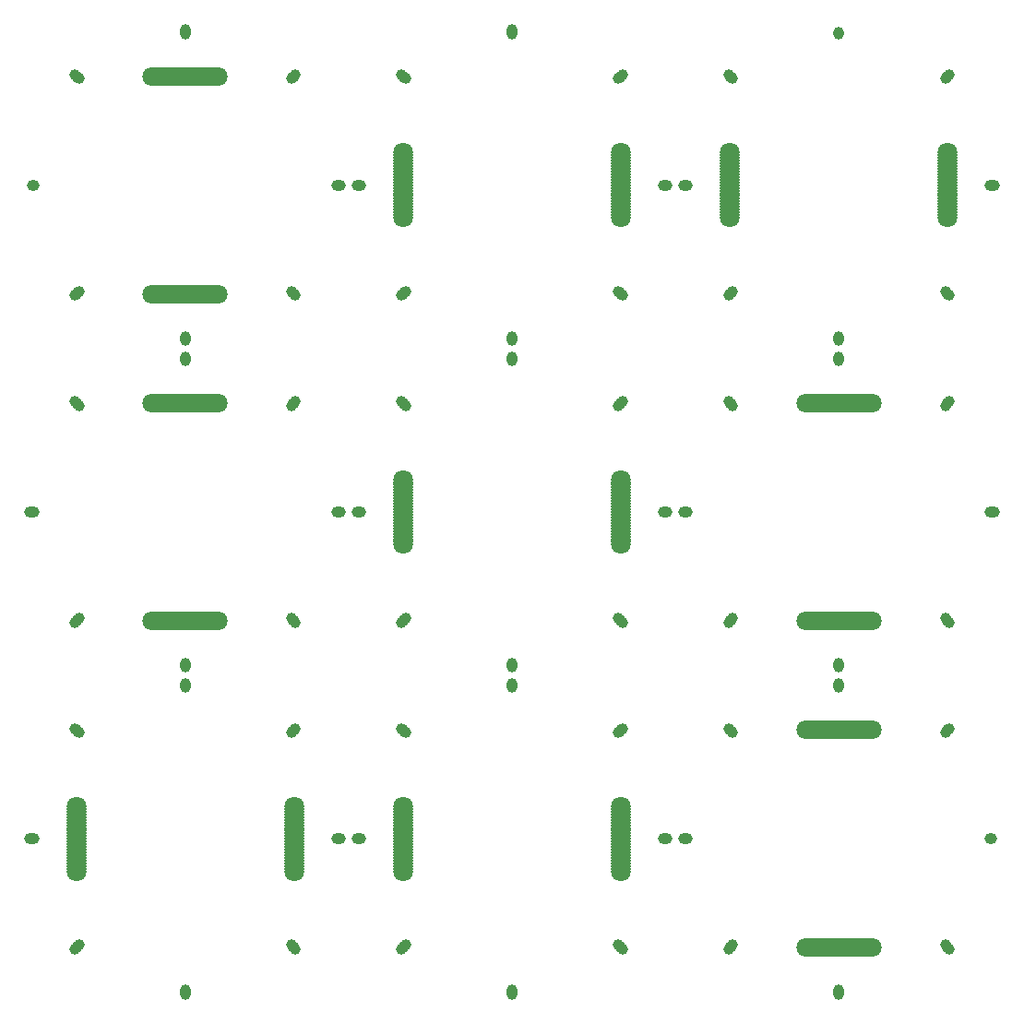
<source format=gbl>
G75*
%MOIN*%
%OFA0B0*%
%FSLAX25Y25*%
%IPPOS*%
%LPD*%
%AMOC8*
5,1,8,0,0,1.08239X$1,22.5*
%
%ADD10C,0.03962*%
%ADD11C,0.07087*%
D10*
X0021290Y0021290D03*
X0021782Y0021782D03*
X0022274Y0022274D03*
X0022767Y0022767D03*
X0006526Y0061152D03*
X0006034Y0061152D03*
X0005542Y0061152D03*
X0005050Y0061152D03*
X0022767Y0099538D03*
X0022274Y0100030D03*
X0021782Y0100522D03*
X0021290Y0101015D03*
X0021290Y0139400D03*
X0021782Y0139893D03*
X0022274Y0140385D03*
X0022767Y0140877D03*
X0061152Y0124637D03*
X0061152Y0124144D03*
X0061152Y0123652D03*
X0061152Y0123160D03*
X0061152Y0117255D03*
X0061152Y0116763D03*
X0061152Y0116270D03*
X0061152Y0115778D03*
X0099538Y0099538D03*
X0100030Y0100030D03*
X0100522Y0100522D03*
X0101015Y0101015D03*
X0101015Y0139400D03*
X0100522Y0139893D03*
X0100030Y0140385D03*
X0099538Y0140877D03*
X0139400Y0139400D03*
X0139893Y0139893D03*
X0140385Y0140385D03*
X0140877Y0140877D03*
X0139400Y0101015D03*
X0139893Y0100522D03*
X0140385Y0100030D03*
X0140877Y0099538D03*
X0124637Y0061152D03*
X0124144Y0061152D03*
X0123652Y0061152D03*
X0123160Y0061152D03*
X0117255Y0061152D03*
X0116763Y0061152D03*
X0116270Y0061152D03*
X0115778Y0061152D03*
X0099538Y0022767D03*
X0100030Y0022274D03*
X0100522Y0021782D03*
X0101015Y0021290D03*
X0139400Y0021290D03*
X0139893Y0021782D03*
X0140385Y0022274D03*
X0140877Y0022767D03*
X0179263Y0006526D03*
X0179263Y0006034D03*
X0179263Y0005542D03*
X0179263Y0005050D03*
X0217648Y0022767D03*
X0218141Y0022274D03*
X0218633Y0021782D03*
X0219125Y0021290D03*
X0257511Y0021290D03*
X0258003Y0021782D03*
X0258495Y0022274D03*
X0258987Y0022767D03*
X0297373Y0006526D03*
X0297373Y0006034D03*
X0297373Y0005542D03*
X0297373Y0005050D03*
X0335759Y0022767D03*
X0336251Y0022274D03*
X0336743Y0021782D03*
X0337235Y0021290D03*
X0351999Y0061152D03*
X0352491Y0061152D03*
X0335759Y0099538D03*
X0336251Y0100030D03*
X0336743Y0100522D03*
X0337235Y0101015D03*
X0337235Y0139400D03*
X0336743Y0139893D03*
X0336251Y0140385D03*
X0335759Y0140877D03*
X0351999Y0179263D03*
X0352491Y0179263D03*
X0352983Y0179263D03*
X0353475Y0179263D03*
X0335759Y0217648D03*
X0336251Y0218141D03*
X0336743Y0218633D03*
X0337235Y0219125D03*
X0337235Y0257511D03*
X0336743Y0258003D03*
X0336251Y0258495D03*
X0335759Y0258987D03*
X0351999Y0297373D03*
X0352491Y0297373D03*
X0352983Y0297373D03*
X0353475Y0297373D03*
X0335759Y0335759D03*
X0336251Y0336251D03*
X0336743Y0336743D03*
X0337235Y0337235D03*
X0297373Y0351999D03*
X0297373Y0352491D03*
X0258987Y0335759D03*
X0258495Y0336251D03*
X0258003Y0336743D03*
X0257511Y0337235D03*
X0219125Y0337235D03*
X0218633Y0336743D03*
X0218141Y0336251D03*
X0217648Y0335759D03*
X0179263Y0351999D03*
X0179263Y0352491D03*
X0179263Y0352983D03*
X0179263Y0353475D03*
X0140877Y0335759D03*
X0140385Y0336251D03*
X0139893Y0336743D03*
X0139400Y0337235D03*
X0101015Y0337235D03*
X0100522Y0336743D03*
X0100030Y0336251D03*
X0099538Y0335759D03*
X0061152Y0351999D03*
X0061152Y0352491D03*
X0061152Y0352983D03*
X0061152Y0353475D03*
X0022767Y0335759D03*
X0022274Y0336251D03*
X0021782Y0336743D03*
X0021290Y0337235D03*
X0006526Y0297373D03*
X0006034Y0297373D03*
X0022767Y0258987D03*
X0022274Y0258495D03*
X0021782Y0258003D03*
X0021290Y0257511D03*
X0021290Y0219125D03*
X0021782Y0218633D03*
X0022274Y0218141D03*
X0022767Y0217648D03*
X0006526Y0179263D03*
X0006034Y0179263D03*
X0005542Y0179263D03*
X0005050Y0179263D03*
X0061152Y0233889D03*
X0061152Y0234381D03*
X0061152Y0234873D03*
X0061152Y0235365D03*
X0061152Y0241270D03*
X0061152Y0241763D03*
X0061152Y0242255D03*
X0061152Y0242747D03*
X0099538Y0258987D03*
X0100030Y0258495D03*
X0100522Y0258003D03*
X0101015Y0257511D03*
X0139400Y0257511D03*
X0139893Y0258003D03*
X0140385Y0258495D03*
X0140877Y0258987D03*
X0124637Y0297373D03*
X0124144Y0297373D03*
X0123652Y0297373D03*
X0123160Y0297373D03*
X0117255Y0297373D03*
X0116763Y0297373D03*
X0116270Y0297373D03*
X0115778Y0297373D03*
X0179263Y0242747D03*
X0179263Y0242255D03*
X0179263Y0241763D03*
X0179263Y0241270D03*
X0179263Y0235365D03*
X0179263Y0234873D03*
X0179263Y0234381D03*
X0179263Y0233889D03*
X0217648Y0217648D03*
X0218141Y0218141D03*
X0218633Y0218633D03*
X0219125Y0219125D03*
X0219125Y0257511D03*
X0218633Y0258003D03*
X0218141Y0258495D03*
X0217648Y0258987D03*
X0233889Y0297373D03*
X0234381Y0297373D03*
X0234873Y0297373D03*
X0235365Y0297373D03*
X0241270Y0297373D03*
X0241763Y0297373D03*
X0242255Y0297373D03*
X0242747Y0297373D03*
X0258987Y0258987D03*
X0258495Y0258495D03*
X0258003Y0258003D03*
X0257511Y0257511D03*
X0257511Y0219125D03*
X0258003Y0218633D03*
X0258495Y0218141D03*
X0258987Y0217648D03*
X0242747Y0179263D03*
X0242255Y0179263D03*
X0241763Y0179263D03*
X0241270Y0179263D03*
X0235365Y0179263D03*
X0234873Y0179263D03*
X0234381Y0179263D03*
X0233889Y0179263D03*
X0217648Y0140877D03*
X0218141Y0140385D03*
X0218633Y0139893D03*
X0219125Y0139400D03*
X0219125Y0101015D03*
X0218633Y0100522D03*
X0218141Y0100030D03*
X0217648Y0099538D03*
X0179263Y0115778D03*
X0179263Y0116270D03*
X0179263Y0116763D03*
X0179263Y0117255D03*
X0179263Y0123160D03*
X0179263Y0123652D03*
X0179263Y0124144D03*
X0179263Y0124637D03*
X0124637Y0179263D03*
X0124144Y0179263D03*
X0123652Y0179263D03*
X0123160Y0179263D03*
X0117255Y0179263D03*
X0116763Y0179263D03*
X0116270Y0179263D03*
X0115778Y0179263D03*
X0099538Y0217648D03*
X0100030Y0218141D03*
X0100522Y0218633D03*
X0101015Y0219125D03*
X0139400Y0219125D03*
X0139893Y0218633D03*
X0140385Y0218141D03*
X0140877Y0217648D03*
X0257511Y0139400D03*
X0258003Y0139893D03*
X0258495Y0140385D03*
X0258987Y0140877D03*
X0297373Y0124637D03*
X0297373Y0124144D03*
X0297373Y0123652D03*
X0297373Y0123160D03*
X0297373Y0117255D03*
X0297373Y0116763D03*
X0297373Y0116270D03*
X0297373Y0115778D03*
X0258987Y0099538D03*
X0258495Y0100030D03*
X0258003Y0100522D03*
X0257511Y0101015D03*
X0242747Y0061152D03*
X0242255Y0061152D03*
X0241763Y0061152D03*
X0241270Y0061152D03*
X0235365Y0061152D03*
X0234873Y0061152D03*
X0234381Y0061152D03*
X0233889Y0061152D03*
X0061152Y0006526D03*
X0061152Y0006034D03*
X0061152Y0005542D03*
X0061152Y0005050D03*
X0297373Y0233889D03*
X0297373Y0234381D03*
X0297373Y0234873D03*
X0297373Y0235365D03*
X0297373Y0241270D03*
X0297373Y0241763D03*
X0297373Y0242255D03*
X0297373Y0242747D03*
D11*
X0297373Y0218633D03*
X0298357Y0218633D03*
X0299341Y0218633D03*
X0300326Y0218633D03*
X0301310Y0218633D03*
X0302294Y0218633D03*
X0303278Y0218633D03*
X0304263Y0218633D03*
X0305247Y0218633D03*
X0306231Y0218633D03*
X0307215Y0218633D03*
X0308200Y0218633D03*
X0309184Y0218633D03*
X0296389Y0218633D03*
X0295404Y0218633D03*
X0294420Y0218633D03*
X0293436Y0218633D03*
X0292452Y0218633D03*
X0291467Y0218633D03*
X0290483Y0218633D03*
X0289499Y0218633D03*
X0288515Y0218633D03*
X0287530Y0218633D03*
X0286546Y0218633D03*
X0285562Y0218633D03*
X0258003Y0285562D03*
X0258003Y0286546D03*
X0258003Y0287530D03*
X0258003Y0288515D03*
X0258003Y0289499D03*
X0258003Y0290483D03*
X0258003Y0291467D03*
X0258003Y0292452D03*
X0258003Y0293436D03*
X0258003Y0294420D03*
X0258003Y0295404D03*
X0258003Y0296389D03*
X0258003Y0297373D03*
X0258003Y0298357D03*
X0258003Y0299341D03*
X0258003Y0300326D03*
X0258003Y0301310D03*
X0258003Y0302294D03*
X0258003Y0303278D03*
X0258003Y0304263D03*
X0258003Y0305247D03*
X0258003Y0306231D03*
X0258003Y0307215D03*
X0258003Y0308200D03*
X0258003Y0309184D03*
X0218633Y0309184D03*
X0218633Y0308200D03*
X0218633Y0307215D03*
X0218633Y0306231D03*
X0218633Y0305247D03*
X0218633Y0304263D03*
X0218633Y0303278D03*
X0218633Y0302294D03*
X0218633Y0301310D03*
X0218633Y0300326D03*
X0218633Y0299341D03*
X0218633Y0298357D03*
X0218633Y0297373D03*
X0218633Y0296389D03*
X0218633Y0295404D03*
X0218633Y0294420D03*
X0218633Y0293436D03*
X0218633Y0292452D03*
X0218633Y0291467D03*
X0218633Y0290483D03*
X0218633Y0289499D03*
X0218633Y0288515D03*
X0218633Y0287530D03*
X0218633Y0286546D03*
X0218633Y0285562D03*
X0139893Y0285562D03*
X0139893Y0286546D03*
X0139893Y0287530D03*
X0139893Y0288515D03*
X0139893Y0289499D03*
X0139893Y0290483D03*
X0139893Y0291467D03*
X0139893Y0292452D03*
X0139893Y0293436D03*
X0139893Y0294420D03*
X0139893Y0295404D03*
X0139893Y0296389D03*
X0139893Y0297373D03*
X0139893Y0298357D03*
X0139893Y0299341D03*
X0139893Y0300326D03*
X0139893Y0301310D03*
X0139893Y0302294D03*
X0139893Y0303278D03*
X0139893Y0304263D03*
X0139893Y0305247D03*
X0139893Y0306231D03*
X0139893Y0307215D03*
X0139893Y0308200D03*
X0139893Y0309184D03*
X0072963Y0336743D03*
X0071979Y0336743D03*
X0070995Y0336743D03*
X0070011Y0336743D03*
X0069026Y0336743D03*
X0068042Y0336743D03*
X0067058Y0336743D03*
X0066074Y0336743D03*
X0065089Y0336743D03*
X0064105Y0336743D03*
X0063121Y0336743D03*
X0062137Y0336743D03*
X0061152Y0336743D03*
X0060168Y0336743D03*
X0059184Y0336743D03*
X0058200Y0336743D03*
X0057215Y0336743D03*
X0056231Y0336743D03*
X0055247Y0336743D03*
X0054263Y0336743D03*
X0053278Y0336743D03*
X0052294Y0336743D03*
X0051310Y0336743D03*
X0050326Y0336743D03*
X0049341Y0336743D03*
X0049341Y0258003D03*
X0050326Y0258003D03*
X0051310Y0258003D03*
X0052294Y0258003D03*
X0053278Y0258003D03*
X0054263Y0258003D03*
X0055247Y0258003D03*
X0056231Y0258003D03*
X0057215Y0258003D03*
X0058200Y0258003D03*
X0059184Y0258003D03*
X0060168Y0258003D03*
X0061152Y0258003D03*
X0062137Y0258003D03*
X0063121Y0258003D03*
X0064105Y0258003D03*
X0065089Y0258003D03*
X0066074Y0258003D03*
X0067058Y0258003D03*
X0068042Y0258003D03*
X0069026Y0258003D03*
X0070011Y0258003D03*
X0070995Y0258003D03*
X0071979Y0258003D03*
X0072963Y0258003D03*
X0072963Y0218633D03*
X0071979Y0218633D03*
X0070995Y0218633D03*
X0070011Y0218633D03*
X0069026Y0218633D03*
X0068042Y0218633D03*
X0067058Y0218633D03*
X0066074Y0218633D03*
X0065089Y0218633D03*
X0064105Y0218633D03*
X0063121Y0218633D03*
X0062137Y0218633D03*
X0061152Y0218633D03*
X0060168Y0218633D03*
X0059184Y0218633D03*
X0058200Y0218633D03*
X0057215Y0218633D03*
X0056231Y0218633D03*
X0055247Y0218633D03*
X0054263Y0218633D03*
X0053278Y0218633D03*
X0052294Y0218633D03*
X0051310Y0218633D03*
X0050326Y0218633D03*
X0049341Y0218633D03*
X0049341Y0139893D03*
X0050326Y0139893D03*
X0051310Y0139893D03*
X0052294Y0139893D03*
X0053278Y0139893D03*
X0054263Y0139893D03*
X0055247Y0139893D03*
X0056231Y0139893D03*
X0057215Y0139893D03*
X0058200Y0139893D03*
X0059184Y0139893D03*
X0060168Y0139893D03*
X0061152Y0139893D03*
X0062137Y0139893D03*
X0063121Y0139893D03*
X0064105Y0139893D03*
X0065089Y0139893D03*
X0066074Y0139893D03*
X0067058Y0139893D03*
X0068042Y0139893D03*
X0069026Y0139893D03*
X0070011Y0139893D03*
X0070995Y0139893D03*
X0071979Y0139893D03*
X0072963Y0139893D03*
X0139893Y0167452D03*
X0139893Y0168436D03*
X0139893Y0169420D03*
X0139893Y0170404D03*
X0139893Y0171389D03*
X0139893Y0172373D03*
X0139893Y0173357D03*
X0139893Y0174341D03*
X0139893Y0175326D03*
X0139893Y0176310D03*
X0139893Y0177294D03*
X0139893Y0178278D03*
X0139893Y0179263D03*
X0139893Y0180247D03*
X0139893Y0181231D03*
X0139893Y0182215D03*
X0139893Y0183200D03*
X0139893Y0184184D03*
X0139893Y0185168D03*
X0139893Y0186152D03*
X0139893Y0187137D03*
X0139893Y0188121D03*
X0139893Y0189105D03*
X0139893Y0190089D03*
X0139893Y0191074D03*
X0218633Y0191074D03*
X0218633Y0190089D03*
X0218633Y0189105D03*
X0218633Y0188121D03*
X0218633Y0187137D03*
X0218633Y0186152D03*
X0218633Y0185168D03*
X0218633Y0184184D03*
X0218633Y0183200D03*
X0218633Y0182215D03*
X0218633Y0181231D03*
X0218633Y0180247D03*
X0218633Y0179263D03*
X0218633Y0178278D03*
X0218633Y0177294D03*
X0218633Y0176310D03*
X0218633Y0175326D03*
X0218633Y0174341D03*
X0218633Y0173357D03*
X0218633Y0172373D03*
X0218633Y0171389D03*
X0218633Y0170404D03*
X0218633Y0169420D03*
X0218633Y0168436D03*
X0218633Y0167452D03*
X0285562Y0139893D03*
X0286546Y0139893D03*
X0287530Y0139893D03*
X0288515Y0139893D03*
X0289499Y0139893D03*
X0290483Y0139893D03*
X0291467Y0139893D03*
X0292452Y0139893D03*
X0293436Y0139893D03*
X0294420Y0139893D03*
X0295404Y0139893D03*
X0296389Y0139893D03*
X0297373Y0139893D03*
X0298357Y0139893D03*
X0299341Y0139893D03*
X0300326Y0139893D03*
X0301310Y0139893D03*
X0302294Y0139893D03*
X0303278Y0139893D03*
X0304263Y0139893D03*
X0305247Y0139893D03*
X0306231Y0139893D03*
X0307215Y0139893D03*
X0308200Y0139893D03*
X0309184Y0139893D03*
X0309184Y0100522D03*
X0308200Y0100522D03*
X0307215Y0100522D03*
X0306231Y0100522D03*
X0305247Y0100522D03*
X0304263Y0100522D03*
X0303278Y0100522D03*
X0302294Y0100522D03*
X0301310Y0100522D03*
X0300326Y0100522D03*
X0299341Y0100522D03*
X0298357Y0100522D03*
X0297373Y0100522D03*
X0296389Y0100522D03*
X0295404Y0100522D03*
X0294420Y0100522D03*
X0293436Y0100522D03*
X0292452Y0100522D03*
X0291467Y0100522D03*
X0290483Y0100522D03*
X0289499Y0100522D03*
X0288515Y0100522D03*
X0287530Y0100522D03*
X0286546Y0100522D03*
X0285562Y0100522D03*
X0218633Y0072963D03*
X0218633Y0071979D03*
X0218633Y0070995D03*
X0218633Y0070011D03*
X0218633Y0069026D03*
X0218633Y0068042D03*
X0218633Y0067058D03*
X0218633Y0066074D03*
X0218633Y0065089D03*
X0218633Y0064105D03*
X0218633Y0063121D03*
X0218633Y0062137D03*
X0218633Y0061152D03*
X0218633Y0060168D03*
X0218633Y0059184D03*
X0218633Y0058200D03*
X0218633Y0057215D03*
X0218633Y0056231D03*
X0218633Y0055247D03*
X0218633Y0054263D03*
X0218633Y0053278D03*
X0218633Y0052294D03*
X0218633Y0051310D03*
X0218633Y0050326D03*
X0218633Y0049341D03*
X0285562Y0021782D03*
X0286546Y0021782D03*
X0287530Y0021782D03*
X0288515Y0021782D03*
X0289499Y0021782D03*
X0290483Y0021782D03*
X0291467Y0021782D03*
X0292452Y0021782D03*
X0293436Y0021782D03*
X0294420Y0021782D03*
X0295404Y0021782D03*
X0296389Y0021782D03*
X0297373Y0021782D03*
X0298357Y0021782D03*
X0299341Y0021782D03*
X0300326Y0021782D03*
X0301310Y0021782D03*
X0302294Y0021782D03*
X0303278Y0021782D03*
X0304263Y0021782D03*
X0305247Y0021782D03*
X0306231Y0021782D03*
X0307215Y0021782D03*
X0308200Y0021782D03*
X0309184Y0021782D03*
X0139893Y0049341D03*
X0139893Y0050326D03*
X0139893Y0051310D03*
X0139893Y0052294D03*
X0139893Y0053278D03*
X0139893Y0054263D03*
X0139893Y0055247D03*
X0139893Y0056231D03*
X0139893Y0057215D03*
X0139893Y0058200D03*
X0139893Y0059184D03*
X0139893Y0060168D03*
X0139893Y0061152D03*
X0139893Y0062137D03*
X0139893Y0063121D03*
X0139893Y0064105D03*
X0139893Y0065089D03*
X0139893Y0066074D03*
X0139893Y0067058D03*
X0139893Y0068042D03*
X0139893Y0069026D03*
X0139893Y0070011D03*
X0139893Y0070995D03*
X0139893Y0071979D03*
X0139893Y0072963D03*
X0100522Y0072963D03*
X0100522Y0071979D03*
X0100522Y0070995D03*
X0100522Y0070011D03*
X0100522Y0069026D03*
X0100522Y0068042D03*
X0100522Y0067058D03*
X0100522Y0066074D03*
X0100522Y0065089D03*
X0100522Y0064105D03*
X0100522Y0063121D03*
X0100522Y0062137D03*
X0100522Y0061152D03*
X0100522Y0060168D03*
X0100522Y0059184D03*
X0100522Y0058200D03*
X0100522Y0057215D03*
X0100522Y0056231D03*
X0100522Y0055247D03*
X0100522Y0054263D03*
X0100522Y0053278D03*
X0100522Y0052294D03*
X0100522Y0051310D03*
X0100522Y0050326D03*
X0100522Y0049341D03*
X0021782Y0049341D03*
X0021782Y0050326D03*
X0021782Y0051310D03*
X0021782Y0052294D03*
X0021782Y0053278D03*
X0021782Y0054263D03*
X0021782Y0055247D03*
X0021782Y0056231D03*
X0021782Y0057215D03*
X0021782Y0058200D03*
X0021782Y0059184D03*
X0021782Y0060168D03*
X0021782Y0061152D03*
X0021782Y0062137D03*
X0021782Y0063121D03*
X0021782Y0064105D03*
X0021782Y0065089D03*
X0021782Y0066074D03*
X0021782Y0067058D03*
X0021782Y0068042D03*
X0021782Y0069026D03*
X0021782Y0070011D03*
X0021782Y0070995D03*
X0021782Y0071979D03*
X0021782Y0072963D03*
X0336743Y0285562D03*
X0336743Y0286546D03*
X0336743Y0287530D03*
X0336743Y0288515D03*
X0336743Y0289499D03*
X0336743Y0290483D03*
X0336743Y0291467D03*
X0336743Y0292452D03*
X0336743Y0293436D03*
X0336743Y0294420D03*
X0336743Y0295404D03*
X0336743Y0296389D03*
X0336743Y0297373D03*
X0336743Y0298357D03*
X0336743Y0299341D03*
X0336743Y0300326D03*
X0336743Y0301310D03*
X0336743Y0302294D03*
X0336743Y0303278D03*
X0336743Y0304263D03*
X0336743Y0305247D03*
X0336743Y0306231D03*
X0336743Y0307215D03*
X0336743Y0308200D03*
X0336743Y0309184D03*
M02*

</source>
